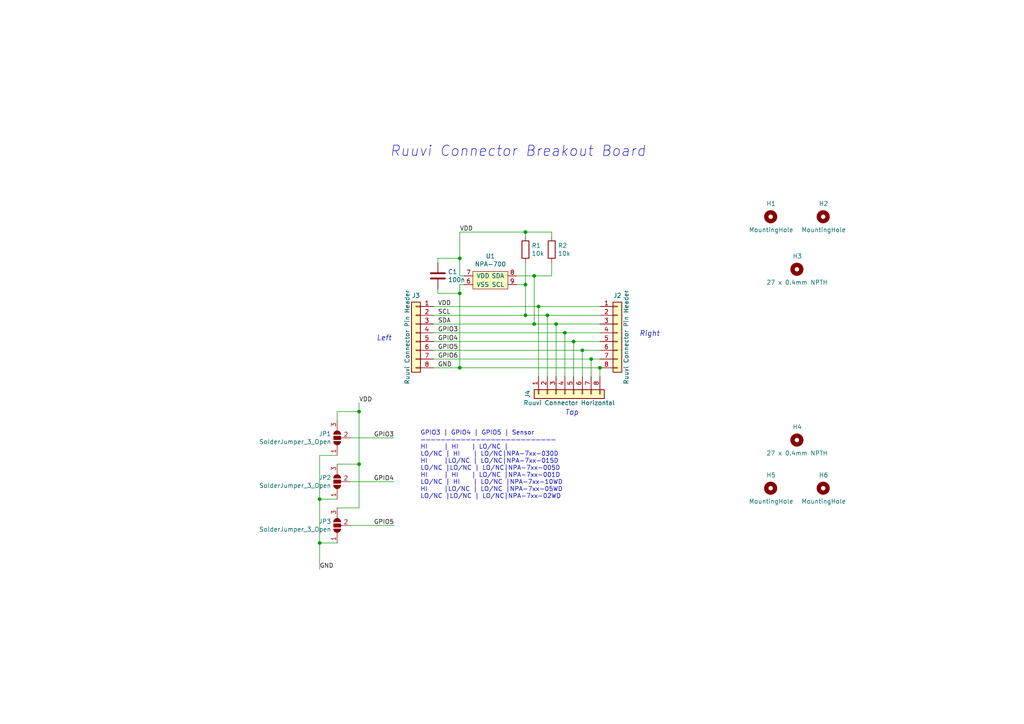
<source format=kicad_sch>
(kicad_sch (version 20230121) (generator eeschema)
  (paper "A4")
  (title_block (title "Ruuvi NPA-700 Breakout") (date "2020-04-10") (rev "A1") (company "Ruuvi Innovations Ltd.") (comment 1 "Otso Jousimaa / otso@ruuvi.com") (comment 2 "Attribution-ShareAlike 4.0 International (CC BY-SA 4.0)") (comment 3 "Based on Ruuvi Connector Breakout https://github.com/ruuvi/connector"))
  (lib_symbols
    (symbol "Connector_Generic:Conn_01x08" (pin_names (offset 1.016) hide)
      (property "Reference" "J" (at 0 10.16 0))
      (property "Value" "Conn_01x08" (at 0 -12.7 0))
      (symbol "Conn_01x08_1_1"
        (rectangle (start -1.27 -10.033) (end 0 -10.287) (stroke (width 0.1524)))
        (rectangle (start -1.27 -7.493) (end 0 -7.747) (stroke (width 0.1524)))
        (rectangle (start -1.27 -4.953) (end 0 -5.207) (stroke (width 0.1524)))
        (rectangle (start -1.27 -2.413) (end 0 -2.667) (stroke (width 0.1524)))
        (rectangle (start -1.27 0.127) (end 0 -0.127) (stroke (width 0.1524)))
        (rectangle (start -1.27 2.667) (end 0 2.413) (stroke (width 0.1524)))
        (rectangle (start -1.27 5.207) (end 0 4.953) (stroke (width 0.1524)))
        (rectangle (start -1.27 7.747) (end 0 7.493) (stroke (width 0.1524)))
        (rectangle (start -1.27 8.89) (end 1.27 -11.43) (stroke (width 0.254)) (fill (type background)))
        (pin passive line (at -5.08 7.62 0) (length 3.81) (name "Pin_1") (number "1"))
        (pin passive line (at -5.08 5.08 0) (length 3.81) (name "Pin_2") (number "2"))
        (pin passive line (at -5.08 2.54 0) (length 3.81) (name "Pin_3") (number "3"))
        (pin passive line (at -5.08 0 0) (length 3.81) (name "Pin_4") (number "4"))
        (pin passive line (at -5.08 -2.54 0) (length 3.81) (name "Pin_5") (number "5"))
        (pin passive line (at -5.08 -5.08 0) (length 3.81) (name "Pin_6") (number "6"))
        (pin passive line (at -5.08 -7.62 0) (length 3.81) (name "Pin_7") (number "7"))
        (pin passive line (at -5.08 -10.16 0) (length 3.81) (name "Pin_8") (number "8"))
      )
    )
    (symbol "Device:C" (pin_numbers hide) (pin_names (offset 0.254))
      (property "Reference" "C" (at 0.635 2.54 0))
      (property "Value" "C" (at 0.635 -2.54 0))
      (symbol "C_0_1"
        (polyline (pts (xy -2.032 -0.762) (xy 2.032 -0.762)) (stroke (width 0.508)))
        (polyline (pts (xy -2.032 0.762) (xy 2.032 0.762)) (stroke (width 0.508)))
      )
      (symbol "C_1_1"
        (pin passive line (at 0 3.81 270) (length 2.794) (name "~") (number "1"))
        (pin passive line (at 0 -3.81 90) (length 2.794) (name "~") (number "2"))
      )
    )
    (symbol "Device:R" (pin_numbers hide) (pin_names (offset 0))
      (property "Reference" "R" (at 2.032 0 90))
      (property "Value" "R" (at 0 0 90))
      (symbol "R_0_1"
        (rectangle (start -1.016 -2.54) (end 1.016 2.54) (stroke (width 0.254)))
      )
      (symbol "R_1_1"
        (pin passive line (at 0 3.81 270) (length 1.27) (name "~") (number "1"))
        (pin passive line (at 0 -3.81 90) (length 1.27) (name "~") (number "2"))
      )
    )
    (symbol "Mechanical:MountingHole" (pin_names (offset 1.016))
      (property "Reference" "H" (at 0 5.08 0))
      (property "Value" "MountingHole" (at 0 3.175 0))
      (symbol "MountingHole_0_1"
        (circle (center 0 0) (radius 1.27) (stroke (width 1.27)))
      )
    )
    (symbol "npa700-breakout-a1-rescue:NPA-700-npa-700" (pin_names (offset 1.016))
      (property "Reference" "U" (at 0 6.35 0))
      (property "Value" "npa-700_NPA-700" (at 0 3.81 0))
      (symbol "NPA-700-npa-700_0_1"
        (rectangle (start -5.08 2.54) (end 5.08 -2.54) (fill (type background)))
      )
      (symbol "NPA-700-npa-700_1_1"
        (pin power_in line (at -7.62 -1.27 0) (length 2.54) (name "VSS") (number "6"))
        (pin power_in line (at -7.62 1.27 0) (length 2.54) (name "VDD") (number "7"))
        (pin open_collector line (at 7.62 1.27 180) (length 2.54) (name "SDA") (number "8"))
        (pin open_collector line (at 7.62 -1.27 180) (length 2.54) (name "SCL") (number "9"))
      )
    )
    (symbol "npa700-breakout-a1-rescue:SolderJumper_3_Open-Jumper" (pin_names (offset 0) hide)
      (property "Reference" "JP" (at -2.54 -2.54 0))
      (property "Value" "Jumper_SolderJumper_3_Open" (at 0 2.794 0))
      (symbol "SolderJumper_3_Open-Jumper_0_1"
        (arc (start -1.016 1.016) (mid -2.0276 0) (end -1.016 -1.016))
        (arc (start -1.016 1.016) (mid -2.0276 0) (end -1.016 -1.016) (fill (type outline)))
        (rectangle (start -0.508 1.016) (end 0.508 -1.016) (fill (type outline)))
        (polyline (pts (xy -2.54 0) (xy -2.032 0)))
        (polyline (pts (xy -1.016 1.016) (xy -1.016 -1.016)))
        (polyline (pts (xy 0 -1.27) (xy 0 -1.016)))
        (polyline (pts (xy 1.016 1.016) (xy 1.016 -1.016)))
        (polyline (pts (xy 2.54 0) (xy 2.032 0)))
        (arc (start 1.016 -1.016) (mid 2.0276 0) (end 1.016 1.016))
        (arc (start 1.016 -1.016) (mid 2.0276 0) (end 1.016 1.016) (fill (type outline)))
      )
      (symbol "SolderJumper_3_Open-Jumper_1_1"
        (pin passive line (at -5.08 0 0) (length 2.54) (name "A") (number "1"))
        (pin input line (at 0 -3.81 90) (length 2.54) (name "C") (number "2"))
        (pin passive line (at 5.08 0 180) (length 2.54) (name "B") (number "3"))
      )
    )
  )
  (junction (at 152.4 82.55))
  (junction (at 161.29 93.98))
  (junction (at 133.35 85.09))
  (junction (at 158.75 91.44))
  (junction (at 104.14 119.38))
  (junction (at 133.35 74.93))
  (junction (at 171.45 104.14))
  (junction (at 154.94 80.01))
  (junction (at 156.21 88.9))
  (junction (at 163.83 96.52))
  (junction (at 152.4 67.31))
  (junction (at 166.37 99.06))
  (junction (at 133.35 106.68))
  (junction (at 104.14 134.62))
  (junction (at 154.94 93.98))
  (junction (at 92.71 157.48))
  (junction (at 173.99 106.68))
  (junction (at 152.4 91.44))
  (junction (at 168.91 101.6))
  (junction (at 92.71 144.78))
  (wire (pts (xy 97.79 147.32) (xy 104.14 147.32)))
  (wire (pts (xy 101.6 139.7) (xy 114.3 139.7)))
  (wire (pts (xy 127 85.09) (xy 133.35 85.09)))
  (wire (pts (xy 149.86 82.55) (xy 152.4 82.55)))
  (wire (pts (xy 160.02 80.01) (xy 160.02 76.2)))
  (wire (pts (xy 173.99 106.68) (xy 133.35 106.68)))
  (wire (pts (xy 160.02 68.58) (xy 160.02 67.31)))
  (wire (pts (xy 104.14 147.32) (xy 104.14 134.62)))
  (wire (pts (xy 92.71 157.48) (xy 92.71 165.1)))
  (wire (pts (xy 133.35 80.01) (xy 134.62 80.01)))
  (wire (pts (xy 158.75 91.44) (xy 152.4 91.44)))
  (wire (pts (xy 133.35 106.68) (xy 125.73 106.68)))
  (wire (pts (xy 97.79 121.92) (xy 97.79 119.38)))
  (wire (pts (xy 133.35 82.55) (xy 133.35 85.09)))
  (wire (pts (xy 154.94 80.01) (xy 154.94 93.98)))
  (wire (pts (xy 161.29 93.98) (xy 173.99 93.98)))
  (wire (pts (xy 104.14 134.62) (xy 104.14 119.38)))
  (wire (pts (xy 133.35 67.31) (xy 133.35 74.93)))
  (wire (pts (xy 104.14 119.38) (xy 104.14 116.84)))
  (wire (pts (xy 168.91 101.6) (xy 125.73 101.6)))
  (wire (pts (xy 166.37 99.06) (xy 173.99 99.06)))
  (wire (pts (xy 125.73 93.98) (xy 154.94 93.98)))
  (wire (pts (xy 152.4 82.55) (xy 152.4 91.44)))
  (wire (pts (xy 97.79 144.78) (xy 92.71 144.78)))
  (wire (pts (xy 127 76.2) (xy 127 74.93)))
  (wire (pts (xy 134.62 82.55) (xy 133.35 82.55)))
  (wire (pts (xy 173.99 88.9) (xy 156.21 88.9)))
  (wire (pts (xy 92.71 144.78) (xy 92.71 157.48)))
  (wire (pts (xy 152.4 68.58) (xy 152.4 67.31)))
  (wire (pts (xy 97.79 134.62) (xy 104.14 134.62)))
  (wire (pts (xy 152.4 67.31) (xy 133.35 67.31)))
  (wire (pts (xy 101.6 152.4) (xy 114.3 152.4)))
  (wire (pts (xy 125.73 88.9) (xy 156.21 88.9)))
  (wire (pts (xy 160.02 67.31) (xy 152.4 67.31)))
  (wire (pts (xy 168.91 101.6) (xy 173.99 101.6)))
  (wire (pts (xy 127 83.82) (xy 127 85.09)))
  (wire (pts (xy 152.4 91.44) (xy 125.73 91.44)))
  (wire (pts (xy 127 74.93) (xy 133.35 74.93)))
  (wire (pts (xy 97.79 119.38) (xy 104.14 119.38)))
  (wire (pts (xy 163.83 96.52) (xy 125.73 96.52)))
  (wire (pts (xy 97.79 132.08) (xy 92.71 132.08)))
  (wire (pts (xy 101.6 127) (xy 114.3 127)))
  (wire (pts (xy 133.35 74.93) (xy 133.35 80.01)))
  (wire (pts (xy 161.29 93.98) (xy 161.29 109.22)))
  (wire (pts (xy 156.21 88.9) (xy 156.21 109.22)))
  (wire (pts (xy 158.75 91.44) (xy 173.99 91.44)))
  (wire (pts (xy 125.73 99.06) (xy 166.37 99.06)))
  (wire (pts (xy 163.83 96.52) (xy 173.99 96.52)))
  (wire (pts (xy 166.37 99.06) (xy 166.37 109.22)))
  (wire (pts (xy 133.35 85.09) (xy 133.35 106.68)))
  (wire (pts (xy 171.45 104.14) (xy 173.99 104.14)))
  (wire (pts (xy 173.99 109.22) (xy 173.99 106.68)))
  (wire (pts (xy 158.75 91.44) (xy 158.75 109.22)))
  (wire (pts (xy 154.94 93.98) (xy 161.29 93.98)))
  (wire (pts (xy 163.83 96.52) (xy 163.83 109.22)))
  (wire (pts (xy 152.4 82.55) (xy 152.4 76.2)))
  (wire (pts (xy 171.45 104.14) (xy 171.45 109.22)))
  (wire (pts (xy 149.86 80.01) (xy 154.94 80.01)))
  (wire (pts (xy 154.94 80.01) (xy 160.02 80.01)))
  (wire (pts (xy 125.73 104.14) (xy 171.45 104.14)))
  (wire (pts (xy 168.91 101.6) (xy 168.91 109.22)))
  (wire (pts (xy 97.79 157.48) (xy 92.71 157.48)))
  (wire (pts (xy 92.71 132.08) (xy 92.71 144.78)))
  (text "Left" (at 109.22 99.06 0) (effects (font (size 1.4986 1.4986) italic) (justify left bottom)))
  (text "Right" (at 185.42 97.79 0) (effects (font (size 1.4986 1.4986) italic) (justify left bottom)))
  (text "Ruuvi Connector Breakout Board" (at 113.03 45.72 0) (effects (font (size 2.9972 2.9972) italic) (justify left bottom)))
  (text "GPIO3 | GPIO4 | GPIO5 | Sensor\n———————————————————————————\nHI     | HI    | LO/NC | \nLO/NC | HI    | LO/NC|NPA-7xx-030D \nHI     |LO/NC | LO/NC|NPA-7xx-015D\nLO/NC |LO/NC | LO/NC|NPA-7xx-005D\nHI     | HI    | LO/NC |NPA-7xx-001D\nLO/NC | HI    | LO/NC |NPA-7xx-10WD\nHI     |LO/NC | LO/NC |NPA-7xx-05WD\nLO/NC |LO/NC | LO/NC|NPA-7xx-02WD" (at 121.92 144.78 0) (effects (font (size 1.27 1.27)) (justify left bottom)))
  (text "Top" (at 163.83 120.65 0) (effects (font (size 1.4986 1.4986) italic) (justify left bottom)))
  (label "GPIO5" (at 127 101.6 0))
  (label "GND" (at 127 106.68 0))
  (label "GND" (at 92.71 165.1 0))
  (label "VDD" (at 127 88.9 0))
  (label "GPIO3" (at 127 96.52 0))
  (label "GPIO4" (at 114.3 139.7 180))
  (label "GPIO6" (at 127 104.14 0))
  (label "VDD" (at 133.35 67.31 0))
  (label "GPIO3" (at 114.3 127 180))
  (label "SCL" (at 127 91.44 0))
  (label "GPIO4" (at 127 99.06 0))
  (label "VDD" (at 104.14 116.84 0))
  (label "SDA" (at 127 93.98 0))
  (label "GPIO5" (at 114.3 152.4 180))
  (symbol (lib_id "Connector_Generic:Conn_01x08") (at 179.07 96.52 0) (unit 1)
    (property "Reference" "J2" (at 179.07 85.725 0))
    (property "Value" "Ruuvi Connector Pin Header" (at 181.61 97.79 90))
    (property "Footprint" "connector:RUUVI_CONNECTOR_8PIN_HEADER" (effects hide))
  )
  (symbol (lib_id "Connector_Generic:Conn_01x08") (at 120.65 96.52 0) (mirror y) (unit 1)
    (property "Reference" "J3" (at 120.65 85.725 0))
    (property "Value" "Ruuvi Connector Pin Header" (at 118.11 97.79 90))
    (property "Footprint" "connector:RUUVI_CONNECTOR_8PIN_HEADER" (effects hide))
  )
  (symbol (lib_id "Mechanical:MountingHole") (at 231.14 78.105 0) (unit 1)
    (property "Reference" "H3" (at 229.87 74.295 0) (effects (justify left)))
    (property "Value" "27 x 0.4mm NPTH" (at 222.25 81.915 0) (effects (justify left)))
    (property "Footprint" "connector:BreakoutHoles" (effects hide))
  )
  (symbol (lib_id "Connector_Generic:Conn_01x08") (at 163.83 114.3 90) (mirror x) (unit 1)
    (property "Reference" "J4" (at 153.035 114.3 0))
    (property "Value" "Ruuvi Connector Horizontal" (at 165.1 116.84 90))
    (property "Footprint" "connector:RUUVI_CONNECTOR_FFC" (effects hide))
  )
  (symbol (lib_id "Mechanical:MountingHole") (at 223.52 62.865 0) (unit 1)
    (property "Reference" "H1" (at 222.25 59.055 0) (effects (justify left)))
    (property "Value" "MountingHole" (at 217.17 66.675 0) (effects (justify left)))
    (property "Footprint" "ruuvitag:MountingHole_3.2mm_M3_Pad_Via" (effects hide))
  )
  (symbol (lib_id "Mechanical:MountingHole") (at 238.76 62.865 0) (unit 1)
    (property "Reference" "H2" (at 237.49 59.055 0) (effects (justify left)))
    (property "Value" "MountingHole" (at 232.41 66.675 0) (effects (justify left)))
    (property "Footprint" "ruuvitag:MountingHole_3.2mm_M3_Pad_Via" (effects hide))
  )
  (symbol (lib_id "Mechanical:MountingHole") (at 223.52 141.605 0) (unit 1)
    (property "Reference" "H5" (at 222.25 137.795 0) (effects (justify left)))
    (property "Value" "MountingHole" (at 217.17 145.415 0) (effects (justify left)))
    (property "Footprint" "ruuvitag:MountingHole_3.2mm_M3_Pad_Via" (effects hide))
  )
  (symbol (lib_id "Mechanical:MountingHole") (at 238.76 141.605 0) (unit 1)
    (property "Reference" "H6" (at 237.49 137.795 0) (effects (justify left)))
    (property "Value" "MountingHole" (at 232.41 145.415 0) (effects (justify left)))
    (property "Footprint" "ruuvitag:MountingHole_3.2mm_M3_Pad_Via" (effects hide))
  )
  (symbol (lib_id "Mechanical:MountingHole") (at 231.14 127.635 0) (unit 1)
    (property "Reference" "H4" (at 229.87 123.825 0) (effects (justify left)))
    (property "Value" "27 x 0.4mm NPTH" (at 222.25 131.445 0) (effects (justify left)))
    (property "Footprint" "connector:BreakoutHoles" (effects hide))
  )
  (symbol (lib_id "npa700-breakout-a1-rescue:NPA-700-npa-700") (at 142.24 81.28 0) (unit 1)
    (property "Reference" "U1" (at 142.24 74.295 0))
    (property "Value" "NPA-700" (at 142.24 76.6064 0))
    (property "Footprint" "Package_SO:SOIC-14W_7.5x9mm_P1.27mm" (effects hide))
  )
  (symbol (lib_id "Device:C") (at 127 80.01 180) (unit 1)
    (property "Reference" "C1" (at 129.921 78.8416 0) (effects (justify right)))
    (property "Value" "100n" (at 129.921 81.153 0) (effects (justify right)))
    (property "Footprint" "passives:CAPC160X80X35L25N" (effects hide))
  )
  (symbol (lib_id "Device:R") (at 152.4 72.39 0) (unit 1)
    (property "Reference" "R1" (at 154.178 71.2216 0) (effects (justify left)))
    (property "Value" "10k" (at 154.178 73.533 0) (effects (justify left)))
    (property "Footprint" "passives:CAPC160X80X35L25N" (effects hide))
  )
  (symbol (lib_id "Device:R") (at 160.02 72.39 0) (unit 1)
    (property "Reference" "R2" (at 161.798 71.2216 0) (effects (justify left)))
    (property "Value" "10k" (at 161.798 73.533 0) (effects (justify left)))
    (property "Footprint" "passives:CAPC160X80X35L25N" (effects hide))
  )
  (symbol (lib_id "npa700-breakout-a1-rescue:SolderJumper_3_Open-Jumper") (at 97.79 127 90) (unit 1)
    (property "Reference" "JP1" (at 96.0882 125.8316 90) (effects (justify left)))
    (property "Value" "SolderJumper_3_Open" (at 96.0882 128.143 90) (effects (justify left)))
    (property "Footprint" "Jumper:SolderJumper-3_P2.0mm_Open_TrianglePad1.0x1.5mm_NumberLabels" (effects hide))
  )
  (symbol (lib_id "npa700-breakout-a1-rescue:SolderJumper_3_Open-Jumper") (at 97.79 139.7 90) (unit 1)
    (property "Reference" "JP2" (at 96.0882 138.5316 90) (effects (justify left)))
    (property "Value" "SolderJumper_3_Open" (at 96.0882 140.843 90) (effects (justify left)))
    (property "Footprint" "Jumper:SolderJumper-3_P2.0mm_Open_TrianglePad1.0x1.5mm_NumberLabels" (effects hide))
  )
  (symbol (lib_id "npa700-breakout-a1-rescue:SolderJumper_3_Open-Jumper") (at 97.79 152.4 90) (unit 1)
    (property "Reference" "JP3" (at 96.0882 151.2316 90) (effects (justify left)))
    (property "Value" "SolderJumper_3_Open" (at 96.0882 153.543 90) (effects (justify left)))
    (property "Footprint" "Jumper:SolderJumper-3_P2.0mm_Open_TrianglePad1.0x1.5mm_NumberLabels" (effects hide))
  )
)
</source>
